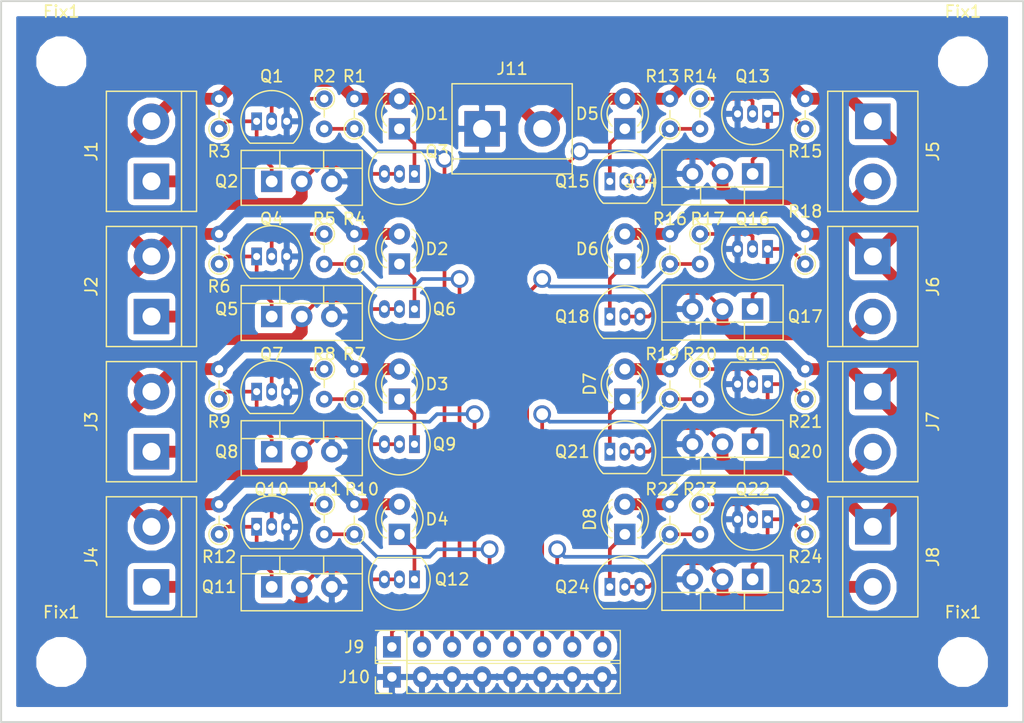
<source format=kicad_pcb>
(kicad_pcb (version 20171130) (host pcbnew "(5.0.2)-1")
  (title_block (date 2018-12-23) (rev 0.1))
  (layers (0 F.Cu signal hide) (31 B.Cu signal hide) (34 B.Paste user hide) (35 F.Paste user hide) (36 B.SilkS user hide) (37 F.SilkS user hide) (38 B.Mask user hide) (39 F.Mask user hide) (44 Edge.Cuts user hide))
  (net 0 "")
  (net 1 GND)
  (net 2 "Net-(Q1-Pad1)")
  (net 3 "Net-(Q7-Pad1)")
  (net 4 "Net-(Q10-Pad1)")
  (net 5 "Net-(Q13-Pad1)")
  (net 6 "Net-(Q1-Pad2)")
  (net 7 "Net-(Q7-Pad2)")
  (net 8 "Net-(Q13-Pad2)")
  (net 9 +VExt)
  (net 10 "Net-(D1-Pad1)")
  (net 11 "Net-(D2-Pad1)")
  (net 12 "Net-(D3-Pad1)")
  (net 13 "Net-(D4-Pad1)")
  (net 14 "Net-(D5-Pad1)")
  (net 15 "Net-(D6-Pad1)")
  (net 16 "Net-(D7-Pad1)")
  (net 17 "Net-(D8-Pad1)")
  (net 18 "Net-(J1-Pad1)")
  (net 19 "Net-(Q4-Pad1)")
  (net 20 "Net-(Q4-Pad2)")
  (net 21 "Net-(J2-Pad1)")
  (net 22 "Net-(J3-Pad1)")
  (net 23 "Net-(Q10-Pad2)")
  (net 24 "Net-(J4-Pad1)")
  (net 25 "Net-(Q16-Pad2)")
  (net 26 "Net-(Q16-Pad1)")
  (net 27 "Net-(Q19-Pad2)")
  (net 28 "Net-(Q19-Pad1)")
  (net 29 "Net-(Q22-Pad2)")
  (net 30 "Net-(Q22-Pad1)")
  (net 31 "Net-(J9-Pad1)")
  (net 32 "Net-(J9-Pad2)")
  (net 33 "Net-(J9-Pad3)")
  (net 34 "Net-(J9-Pad4)")
  (net 35 "Net-(J9-Pad5)")
  (net 36 "Net-(J9-Pad6)")
  (net 37 "Net-(J9-Pad7)")
  (net 38 "Net-(J9-Pad8)")
  (net 39 "Net-(J5-Pad2)")
  (net 40 "Net-(J6-Pad2)")
  (net 41 "Net-(J7-Pad2)")
  (net 42 "Net-(J8-Pad2)")
  (module TO_SOT_Packages_THT:TO-220_Vertical (layer F.Cu) (at 111.76 40.64)
    (fp_text reference Q2 (at -3.81 0) (layer F.SilkS))
    (fp_text value IRL2203N)
    (pad 3 thru_hole oval (at 5.08 0) (size 1.8 1.8) (drill 1) (layers *.Cu *.Mask) (net 1 GND))
    (pad 2 thru_hole oval (at 2.54 0) (size 1.8 1.8) (drill 1) (layers *.Cu *.Mask) (net 18 "Net-(J1-Pad1)"))
    (pad 1 thru_hole rect (at 0 0) (size 1.8 1.8) (drill 1) (layers *.Cu *.Mask) (net 2 "Net-(Q1-Pad1)"))
  )
  (module TO_SOT_Packages_THT:TO-220_Vertical (layer F.Cu) (at 152.4 40.005 180)
    (fp_text reference Q14 (at 9.525 -0.635 180) (layer F.SilkS))
    (fp_text value IRL2203N)
    (pad 1 thru_hole rect (at 0 0 180) (size 1.8 1.8) (drill 1) (layers *.Cu *.Mask) (net 5 "Net-(Q13-Pad1)"))
    (pad 2 thru_hole oval (at 2.54 0 180) (size 1.8 1.8) (drill 1) (layers *.Cu *.Mask) (net 39 "Net-(J5-Pad2)"))
    (pad 3 thru_hole oval (at 5.08 0 180) (size 1.8 1.8) (drill 1) (layers *.Cu *.Mask) (net 1 GND))
  )
  (module TO_SOT_Packages_THT:TO-92_Inline_Narrow_Oval (layer F.Cu) (at 110.49 35.56)
    (fp_text reference Q1 (at 1.27 -3.81) (layer F.SilkS))
    (fp_text value P2N2222A)
    (pad 2 thru_hole oval (at 1.27 0 180) (size 0.9 1.5) (drill 0.6) (layers *.Cu *.Mask) (net 6 "Net-(Q1-Pad2)"))
    (pad 3 thru_hole oval (at 2.54 0 180) (size 0.9 1.5) (drill 0.6) (layers *.Cu *.Mask) (net 1 GND))
    (pad 1 thru_hole rect (at 0 0 180) (size 0.9 1.5) (drill 0.6) (layers *.Cu *.Mask) (net 2 "Net-(Q1-Pad1)"))
  )
  (module TO_SOT_Packages_THT:TO-220_Vertical (layer F.Cu) (at 111.76 63.5)
    (fp_text reference Q8 (at -3.81 0) (layer F.SilkS))
    (fp_text value IRL2203N)
    (pad 1 thru_hole rect (at 0 0) (size 1.8 1.8) (drill 1) (layers *.Cu *.Mask) (net 3 "Net-(Q7-Pad1)"))
    (pad 2 thru_hole oval (at 2.54 0) (size 1.8 1.8) (drill 1) (layers *.Cu *.Mask) (net 22 "Net-(J3-Pad1)"))
    (pad 3 thru_hole oval (at 5.08 0) (size 1.8 1.8) (drill 1) (layers *.Cu *.Mask) (net 1 GND))
  )
  (module TO_SOT_Packages_THT:TO-92_Inline_Narrow_Oval (layer F.Cu) (at 123.825 40.005 180)
    (fp_text reference Q3 (at -1.905 1.905 180) (layer F.SilkS))
    (fp_text value BF244B)
    (pad 2 thru_hole oval (at 1.27 0) (size 0.9 1.5) (drill 0.6) (layers *.Cu *.Mask) (net 18 "Net-(J1-Pad1)"))
    (pad 3 thru_hole oval (at 2.54 0) (size 0.9 1.5) (drill 0.6) (layers *.Cu *.Mask) (net 18 "Net-(J1-Pad1)"))
    (pad 1 thru_hole rect (at 0 0) (size 0.9 1.5) (drill 0.6) (layers *.Cu *.Mask) (net 10 "Net-(D1-Pad1)"))
  )
  (module TO_SOT_Packages_THT:TO-92_Inline_Narrow_Oval (layer F.Cu) (at 110.49 58.42)
    (fp_text reference Q7 (at 1.27 -3.175) (layer F.SilkS))
    (fp_text value P2N2222A)
    (pad 2 thru_hole oval (at 1.27 0 180) (size 0.9 1.5) (drill 0.6) (layers *.Cu *.Mask) (net 7 "Net-(Q7-Pad2)"))
    (pad 3 thru_hole oval (at 2.54 0 180) (size 0.9 1.5) (drill 0.6) (layers *.Cu *.Mask) (net 1 GND))
    (pad 1 thru_hole rect (at 0 0 180) (size 0.9 1.5) (drill 0.6) (layers *.Cu *.Mask) (net 3 "Net-(Q7-Pad1)"))
  )
  (module TO_SOT_Packages_THT:TO-92_Inline_Narrow_Oval (layer F.Cu) (at 123.825 62.865 180)
    (fp_text reference Q9 (at -2.54 0 180) (layer F.SilkS))
    (fp_text value BF244B)
    (pad 2 thru_hole oval (at 1.27 0) (size 0.9 1.5) (drill 0.6) (layers *.Cu *.Mask) (net 22 "Net-(J3-Pad1)"))
    (pad 3 thru_hole oval (at 2.54 0) (size 0.9 1.5) (drill 0.6) (layers *.Cu *.Mask) (net 22 "Net-(J3-Pad1)"))
    (pad 1 thru_hole rect (at 0 0) (size 0.9 1.5) (drill 0.6) (layers *.Cu *.Mask) (net 12 "Net-(D3-Pad1)"))
  )
  (module TO_SOT_Packages_THT:TO-92_Inline_Narrow_Oval (layer F.Cu) (at 153.67 34.925 180)
    (fp_text reference Q13 (at 1.27 3.175 180) (layer F.SilkS))
    (fp_text value P2N2222A)
    (pad 2 thru_hole oval (at 1.27 0) (size 0.9 1.5) (drill 0.6) (layers *.Cu *.Mask) (net 8 "Net-(Q13-Pad2)"))
    (pad 3 thru_hole oval (at 2.54 0) (size 0.9 1.5) (drill 0.6) (layers *.Cu *.Mask) (net 1 GND))
    (pad 1 thru_hole rect (at 0 0) (size 0.9 1.5) (drill 0.6) (layers *.Cu *.Mask) (net 5 "Net-(Q13-Pad1)"))
  )
  (module TO_SOT_Packages_THT:TO-92_Inline_Narrow_Oval (layer F.Cu) (at 140.335 40.64)
    (fp_text reference Q15 (at -3.175 0) (layer F.SilkS))
    (fp_text value BF244B)
    (pad 1 thru_hole rect (at 0 0 180) (size 0.9 1.5) (drill 0.6) (layers *.Cu *.Mask) (net 14 "Net-(D5-Pad1)"))
    (pad 3 thru_hole oval (at 2.54 0 180) (size 0.9 1.5) (drill 0.6) (layers *.Cu *.Mask) (net 39 "Net-(J5-Pad2)"))
    (pad 2 thru_hole oval (at 1.27 0 180) (size 0.9 1.5) (drill 0.6) (layers *.Cu *.Mask) (net 39 "Net-(J5-Pad2)"))
  )
  (module TO_SOT_Packages_THT:TO-92_Inline_Narrow_Oval (layer F.Cu) (at 110.49 46.99)
    (fp_text reference Q4 (at 1.27 -3.175 180) (layer F.SilkS))
    (fp_text value P2N2222A)
    (pad 1 thru_hole rect (at 0 0 180) (size 0.9 1.5) (drill 0.6) (layers *.Cu *.Mask) (net 19 "Net-(Q4-Pad1)"))
    (pad 3 thru_hole oval (at 2.54 0 180) (size 0.9 1.5) (drill 0.6) (layers *.Cu *.Mask) (net 1 GND))
    (pad 2 thru_hole oval (at 1.27 0 180) (size 0.9 1.5) (drill 0.6) (layers *.Cu *.Mask) (net 20 "Net-(Q4-Pad2)"))
  )
  (module TO_SOT_Packages_THT:TO-220_Vertical (layer F.Cu) (at 111.76 52.07)
    (fp_text reference Q5 (at -3.81 -0.635) (layer F.SilkS))
    (fp_text value IRL2203N)
    (pad 3 thru_hole oval (at 5.08 0) (size 1.8 1.8) (drill 1) (layers *.Cu *.Mask) (net 1 GND))
    (pad 2 thru_hole oval (at 2.54 0) (size 1.8 1.8) (drill 1) (layers *.Cu *.Mask) (net 21 "Net-(J2-Pad1)"))
    (pad 1 thru_hole rect (at 0 0) (size 1.8 1.8) (drill 1) (layers *.Cu *.Mask) (net 19 "Net-(Q4-Pad1)"))
  )
  (module TO_SOT_Packages_THT:TO-92_Inline_Narrow_Oval (layer F.Cu) (at 123.825 51.435 180)
    (fp_text reference Q6 (at -2.54 0 180) (layer F.SilkS))
    (fp_text value BF244B)
    (pad 2 thru_hole oval (at 1.27 0) (size 0.9 1.5) (drill 0.6) (layers *.Cu *.Mask) (net 21 "Net-(J2-Pad1)"))
    (pad 3 thru_hole oval (at 2.54 0) (size 0.9 1.5) (drill 0.6) (layers *.Cu *.Mask) (net 21 "Net-(J2-Pad1)"))
    (pad 1 thru_hole rect (at 0 0) (size 0.9 1.5) (drill 0.6) (layers *.Cu *.Mask) (net 11 "Net-(D2-Pad1)"))
  )
  (module TO_SOT_Packages_THT:TO-92_Inline_Narrow_Oval (layer F.Cu) (at 110.49 69.85)
    (fp_text reference Q10 (at 1.27 -3.175) (layer F.SilkS))
    (fp_text value P2N2222A)
    (pad 1 thru_hole rect (at 0 0 180) (size 0.9 1.5) (drill 0.6) (layers *.Cu *.Mask) (net 4 "Net-(Q10-Pad1)"))
    (pad 3 thru_hole oval (at 2.54 0 180) (size 0.9 1.5) (drill 0.6) (layers *.Cu *.Mask) (net 1 GND))
    (pad 2 thru_hole oval (at 1.27 0 180) (size 0.9 1.5) (drill 0.6) (layers *.Cu *.Mask) (net 23 "Net-(Q10-Pad2)"))
  )
  (module TO_SOT_Packages_THT:TO-220_Vertical (layer F.Cu) (at 111.76 74.93)
    (fp_text reference Q11 (at -4.445 0) (layer F.SilkS))
    (fp_text value IRL2203N)
    (pad 3 thru_hole oval (at 5.08 0) (size 1.8 1.8) (drill 1) (layers *.Cu *.Mask) (net 1 GND))
    (pad 2 thru_hole oval (at 2.54 0) (size 1.8 1.8) (drill 1) (layers *.Cu *.Mask) (net 24 "Net-(J4-Pad1)"))
    (pad 1 thru_hole rect (at 0 0) (size 1.8 1.8) (drill 1) (layers *.Cu *.Mask) (net 4 "Net-(Q10-Pad1)"))
  )
  (module TO_SOT_Packages_THT:TO-92_Inline_Narrow_Oval (layer F.Cu) (at 123.825 74.295 180)
    (fp_text reference Q12 (at -3.175 0 180) (layer F.SilkS))
    (fp_text value BF244B)
    (pad 2 thru_hole oval (at 1.27 0) (size 0.9 1.5) (drill 0.6) (layers *.Cu *.Mask) (net 24 "Net-(J4-Pad1)"))
    (pad 3 thru_hole oval (at 2.54 0) (size 0.9 1.5) (drill 0.6) (layers *.Cu *.Mask) (net 24 "Net-(J4-Pad1)"))
    (pad 1 thru_hole rect (at 0 0) (size 0.9 1.5) (drill 0.6) (layers *.Cu *.Mask) (net 13 "Net-(D4-Pad1)"))
  )
  (module TO_SOT_Packages_THT:TO-92_Inline_Narrow_Oval (layer F.Cu) (at 153.67 46.355 180)
    (fp_text reference Q16 (at 1.27 2.54 180) (layer F.SilkS))
    (fp_text value P2N2222A)
    (pad 2 thru_hole oval (at 1.27 0) (size 0.9 1.5) (drill 0.6) (layers *.Cu *.Mask) (net 25 "Net-(Q16-Pad2)"))
    (pad 3 thru_hole oval (at 2.54 0) (size 0.9 1.5) (drill 0.6) (layers *.Cu *.Mask) (net 1 GND))
    (pad 1 thru_hole rect (at 0 0) (size 0.9 1.5) (drill 0.6) (layers *.Cu *.Mask) (net 26 "Net-(Q16-Pad1)"))
  )
  (module TO_SOT_Packages_THT:TO-220_Vertical (layer F.Cu) (at 152.4 51.435 180)
    (fp_text reference Q17 (at -4.445 -0.635 180) (layer F.SilkS))
    (fp_text value IRL2203N)
    (pad 1 thru_hole rect (at 0 0 180) (size 1.8 1.8) (drill 1) (layers *.Cu *.Mask) (net 26 "Net-(Q16-Pad1)"))
    (pad 2 thru_hole oval (at 2.54 0 180) (size 1.8 1.8) (drill 1) (layers *.Cu *.Mask) (net 40 "Net-(J6-Pad2)"))
    (pad 3 thru_hole oval (at 5.08 0 180) (size 1.8 1.8) (drill 1) (layers *.Cu *.Mask) (net 1 GND))
  )
  (module TO_SOT_Packages_THT:TO-92_Inline_Narrow_Oval (layer F.Cu) (at 140.335 52.07)
    (fp_text reference Q18 (at -3.175 0) (layer F.SilkS))
    (fp_text value BF244B)
    (pad 1 thru_hole rect (at 0 0 180) (size 0.9 1.5) (drill 0.6) (layers *.Cu *.Mask) (net 15 "Net-(D6-Pad1)"))
    (pad 3 thru_hole oval (at 2.54 0 180) (size 0.9 1.5) (drill 0.6) (layers *.Cu *.Mask) (net 40 "Net-(J6-Pad2)"))
    (pad 2 thru_hole oval (at 1.27 0 180) (size 0.9 1.5) (drill 0.6) (layers *.Cu *.Mask) (net 40 "Net-(J6-Pad2)"))
  )
  (module TO_SOT_Packages_THT:TO-92_Inline_Narrow_Oval (layer F.Cu) (at 153.67 57.785 180)
    (fp_text reference Q19 (at 1.27 2.54 180) (layer F.SilkS))
    (fp_text value P2N2222A)
    (pad 2 thru_hole oval (at 1.27 0) (size 0.9 1.5) (drill 0.6) (layers *.Cu *.Mask) (net 27 "Net-(Q19-Pad2)"))
    (pad 3 thru_hole oval (at 2.54 0) (size 0.9 1.5) (drill 0.6) (layers *.Cu *.Mask) (net 1 GND))
    (pad 1 thru_hole rect (at 0 0) (size 0.9 1.5) (drill 0.6) (layers *.Cu *.Mask) (net 28 "Net-(Q19-Pad1)"))
  )
  (module TO_SOT_Packages_THT:TO-220_Vertical (layer F.Cu) (at 152.4 62.865 180)
    (fp_text reference Q20 (at -4.445 -0.635 180) (layer F.SilkS))
    (fp_text value IRL2203N)
    (pad 1 thru_hole rect (at 0 0 180) (size 1.8 1.8) (drill 1) (layers *.Cu *.Mask) (net 28 "Net-(Q19-Pad1)"))
    (pad 2 thru_hole oval (at 2.54 0 180) (size 1.8 1.8) (drill 1) (layers *.Cu *.Mask) (net 41 "Net-(J7-Pad2)"))
    (pad 3 thru_hole oval (at 5.08 0 180) (size 1.8 1.8) (drill 1) (layers *.Cu *.Mask) (net 1 GND))
  )
  (module TO_SOT_Packages_THT:TO-92_Inline_Narrow_Oval (layer F.Cu) (at 140.335 63.5)
    (fp_text reference Q21 (at -3.175 0) (layer F.SilkS))
    (fp_text value BF244B)
    (pad 1 thru_hole rect (at 0 0 180) (size 0.9 1.5) (drill 0.6) (layers *.Cu *.Mask) (net 16 "Net-(D7-Pad1)"))
    (pad 3 thru_hole oval (at 2.54 0 180) (size 0.9 1.5) (drill 0.6) (layers *.Cu *.Mask) (net 41 "Net-(J7-Pad2)"))
    (pad 2 thru_hole oval (at 1.27 0 180) (size 0.9 1.5) (drill 0.6) (layers *.Cu *.Mask) (net 41 "Net-(J7-Pad2)"))
  )
  (module TO_SOT_Packages_THT:TO-92_Inline_Narrow_Oval (layer F.Cu) (at 153.67 69.215 180)
    (fp_text reference Q22 (at 1.27 2.54 180) (layer F.SilkS))
    (fp_text value P2N2222A)
    (pad 2 thru_hole oval (at 1.27 0) (size 0.9 1.5) (drill 0.6) (layers *.Cu *.Mask) (net 29 "Net-(Q22-Pad2)"))
    (pad 3 thru_hole oval (at 2.54 0) (size 0.9 1.5) (drill 0.6) (layers *.Cu *.Mask) (net 1 GND))
    (pad 1 thru_hole rect (at 0 0) (size 0.9 1.5) (drill 0.6) (layers *.Cu *.Mask) (net 30 "Net-(Q22-Pad1)"))
  )
  (module TO_SOT_Packages_THT:TO-220_Vertical (layer F.Cu) (at 152.4 74.295 180)
    (fp_text reference Q23 (at -4.445 -0.635 180) (layer F.SilkS))
    (fp_text value IRL2203N)
    (pad 1 thru_hole rect (at 0 0 180) (size 1.8 1.8) (drill 1) (layers *.Cu *.Mask) (net 30 "Net-(Q22-Pad1)"))
    (pad 2 thru_hole oval (at 2.54 0 180) (size 1.8 1.8) (drill 1) (layers *.Cu *.Mask) (net 42 "Net-(J8-Pad2)"))
    (pad 3 thru_hole oval (at 5.08 0 180) (size 1.8 1.8) (drill 1) (layers *.Cu *.Mask) (net 1 GND))
  )
  (module TO_SOT_Packages_THT:TO-92_Inline_Narrow_Oval (layer F.Cu) (at 140.335 74.93)
    (fp_text reference Q24 (at -3.175 0) (layer F.SilkS))
    (fp_text value BF244B)
    (pad 1 thru_hole rect (at 0 0 180) (size 0.9 1.5) (drill 0.6) (layers *.Cu *.Mask) (net 17 "Net-(D8-Pad1)"))
    (pad 3 thru_hole oval (at 2.54 0 180) (size 0.9 1.5) (drill 0.6) (layers *.Cu *.Mask) (net 42 "Net-(J8-Pad2)"))
    (pad 2 thru_hole oval (at 1.27 0 180) (size 0.9 1.5) (drill 0.6) (layers *.Cu *.Mask) (net 42 "Net-(J8-Pad2)"))
  )
  (module Connectors:bornier2 (layer F.Cu) (at 101.6 40.64 90)
    (fp_text reference J1 (at 2.54 -5.08 90) (layer F.SilkS))
    (fp_text value Conn_01x02_Male)
    (pad 1 thru_hole rect (at 0 0 90) (size 3 3) (drill 1.52) (layers *.Cu *.Mask) (net 18 "Net-(J1-Pad1)"))
    (pad 2 thru_hole circle (at 5.08 0 90) (size 3 3) (drill 1.52) (layers *.Cu *.Mask) (net 9 +VExt))
  )
  (module Connectors:bornier2 (layer F.Cu) (at 101.6 52.07 90)
    (fp_text reference J2 (at 2.54 -5.08 90) (layer F.SilkS))
    (fp_text value Conn_01x02_Male)
    (pad 2 thru_hole circle (at 5.08 0 90) (size 3 3) (drill 1.52) (layers *.Cu *.Mask) (net 9 +VExt))
    (pad 1 thru_hole rect (at 0 0 90) (size 3 3) (drill 1.52) (layers *.Cu *.Mask) (net 21 "Net-(J2-Pad1)"))
  )
  (module Connectors:bornier2 (layer F.Cu) (at 101.6 63.5 90)
    (fp_text reference J3 (at 2.54 -5.08 90) (layer F.SilkS))
    (fp_text value Conn_01x02_Male)
    (pad 2 thru_hole circle (at 5.08 0 90) (size 3 3) (drill 1.52) (layers *.Cu *.Mask) (net 9 +VExt))
    (pad 1 thru_hole rect (at 0 0 90) (size 3 3) (drill 1.52) (layers *.Cu *.Mask) (net 22 "Net-(J3-Pad1)"))
  )
  (module Connectors:bornier2 (layer F.Cu) (at 101.6 74.93 90)
    (fp_text reference J4 (at 2.54 -5.08 90) (layer F.SilkS))
    (fp_text value Conn_01x02_Male)
    (pad 2 thru_hole circle (at 5.08 0 90) (size 3 3) (drill 1.52) (layers *.Cu *.Mask) (net 9 +VExt))
    (pad 1 thru_hole rect (at 0 0 90) (size 3 3) (drill 1.52) (layers *.Cu *.Mask) (net 24 "Net-(J4-Pad1)"))
  )
  (module Connectors:bornier2 (layer F.Cu) (at 162.56 35.56 270)
    (fp_text reference J5 (at 2.54 -5.08 270) (layer F.SilkS))
    (fp_text value Conn_01x02_Male)
    (pad 2 thru_hole circle (at 5.08 0 270) (size 3 3) (drill 1.52) (layers *.Cu *.Mask) (net 39 "Net-(J5-Pad2)"))
    (pad 1 thru_hole rect (at 0 0 270) (size 3 3) (drill 1.52) (layers *.Cu *.Mask) (net 9 +VExt))
  )
  (module Connectors:bornier2 (layer F.Cu) (at 162.56 46.99 270)
    (fp_text reference J6 (at 2.54 -5.08 270) (layer F.SilkS))
    (fp_text value Conn_01x02_Male)
    (pad 1 thru_hole rect (at 0 0 270) (size 3 3) (drill 1.52) (layers *.Cu *.Mask) (net 9 +VExt))
    (pad 2 thru_hole circle (at 5.08 0 270) (size 3 3) (drill 1.52) (layers *.Cu *.Mask) (net 40 "Net-(J6-Pad2)"))
  )
  (module Connectors:bornier2 (layer F.Cu) (at 162.56 58.42 270)
    (fp_text reference J7 (at 2.54 -5.08 270) (layer F.SilkS))
    (fp_text value Conn_01x02_Male)
    (pad 1 thru_hole rect (at 0 0 270) (size 3 3) (drill 1.52) (layers *.Cu *.Mask) (net 9 +VExt))
    (pad 2 thru_hole circle (at 5.08 0 270) (size 3 3) (drill 1.52) (layers *.Cu *.Mask) (net 41 "Net-(J7-Pad2)"))
  )
  (module Connectors:bornier2 (layer F.Cu) (at 162.56 69.85 270)
    (fp_text reference J8 (at 2.54 -5.08 270) (layer F.SilkS))
    (fp_text value Conn_01x02_Male)
    (pad 1 thru_hole rect (at 0 0 270) (size 3 3) (drill 1.52) (layers *.Cu *.Mask) (net 9 +VExt))
    (pad 2 thru_hole circle (at 5.08 0 270) (size 3 3) (drill 1.52) (layers *.Cu *.Mask) (net 42 "Net-(J8-Pad2)"))
  )
  (module Connectors:bornier2 (layer F.Cu) (at 129.54 36.195)
    (fp_text reference J11 (at 2.54 -5.08) (layer F.SilkS))
    (fp_text value Conn_01x02_Male)
    (pad 1 thru_hole rect (at 0 0) (size 3 3) (drill 1.52) (layers *.Cu *.Mask) (net 1 GND))
    (pad 2 thru_hole circle (at 5.08 0) (size 3 3) (drill 1.52) (layers *.Cu *.Mask) (net 9 +VExt))
  )
  (module Mosfet_lib:LED_D3.0mm (layer F.Cu) (at 122.555 36.195 90)
    (fp_text reference D1 (at 1.27 3.175 180) (layer F.SilkS))
    (fp_text value LED)
    (pad 2 thru_hole circle (at 2.54 0 90) (size 1.8 1.8) (drill 0.9) (layers *.Cu *.Mask) (net 9 +VExt))
    (pad 1 thru_hole rect (at 0 0 90) (size 1.8 1.8) (drill 0.9) (layers *.Cu *.Mask) (net 10 "Net-(D1-Pad1)"))
  )
  (module Mosfet_lib:LED_D3.0mm (layer F.Cu) (at 122.555 47.625 90)
    (fp_text reference D2 (at 1.27 3.175 180) (layer F.SilkS))
    (fp_text value LED)
    (pad 1 thru_hole rect (at 0 0 90) (size 1.8 1.8) (drill 0.9) (layers *.Cu *.Mask) (net 11 "Net-(D2-Pad1)"))
    (pad 2 thru_hole circle (at 2.54 0 90) (size 1.8 1.8) (drill 0.9) (layers *.Cu *.Mask) (net 9 +VExt))
  )
  (module Mosfet_lib:LED_D3.0mm (layer F.Cu) (at 122.555 59.055 90)
    (fp_text reference D3 (at 1.27 3.175 180) (layer F.SilkS))
    (fp_text value LED)
    (pad 2 thru_hole circle (at 2.54 0 90) (size 1.8 1.8) (drill 0.9) (layers *.Cu *.Mask) (net 9 +VExt))
    (pad 1 thru_hole rect (at 0 0 90) (size 1.8 1.8) (drill 0.9) (layers *.Cu *.Mask) (net 12 "Net-(D3-Pad1)"))
  )
  (module Mosfet_lib:LED_D3.0mm (layer F.Cu) (at 122.555 70.485 90)
    (fp_text reference D4 (at 1.27 3.175 180) (layer F.SilkS))
    (fp_text value LED)
    (pad 1 thru_hole rect (at 0 0 90) (size 1.8 1.8) (drill 0.9) (layers *.Cu *.Mask) (net 13 "Net-(D4-Pad1)"))
    (pad 2 thru_hole circle (at 2.54 0 90) (size 1.8 1.8) (drill 0.9) (layers *.Cu *.Mask) (net 9 +VExt))
  )
  (module Mosfet_lib:LED_D3.0mm (layer F.Cu) (at 141.605 36.195 90)
    (fp_text reference D5 (at 1.27 -3.175 180) (layer F.SilkS))
    (fp_text value LED)
    (pad 2 thru_hole circle (at 2.54 0 90) (size 1.8 1.8) (drill 0.9) (layers *.Cu *.Mask) (net 9 +VExt))
    (pad 1 thru_hole rect (at 0 0 90) (size 1.8 1.8) (drill 0.9) (layers *.Cu *.Mask) (net 14 "Net-(D5-Pad1)"))
  )
  (module Mosfet_lib:LED_D3.0mm (layer F.Cu) (at 141.605 47.625 90)
    (fp_text reference D6 (at 1.27 -3.175 180) (layer F.SilkS))
    (fp_text value LED)
    (pad 1 thru_hole rect (at 0 0 90) (size 1.8 1.8) (drill 0.9) (layers *.Cu *.Mask) (net 15 "Net-(D6-Pad1)"))
    (pad 2 thru_hole circle (at 2.54 0 90) (size 1.8 1.8) (drill 0.9) (layers *.Cu *.Mask) (net 9 +VExt))
  )
  (module Mosfet_lib:LED_D3.0mm (layer F.Cu) (at 141.605 59.055 90)
    (fp_text reference D7 (at 1.27 -2.96 90) (layer F.SilkS))
    (fp_text value LED)
    (pad 2 thru_hole circle (at 2.54 0 90) (size 1.8 1.8) (drill 0.9) (layers *.Cu *.Mask) (net 9 +VExt))
    (pad 1 thru_hole rect (at 0 0 90) (size 1.8 1.8) (drill 0.9) (layers *.Cu *.Mask) (net 16 "Net-(D7-Pad1)"))
  )
  (module Mosfet_lib:LED_D3.0mm (layer F.Cu) (at 141.605 70.485 90)
    (fp_text reference D8 (at 1.27 -2.96 90) (layer F.SilkS))
    (fp_text value LED)
    (pad 1 thru_hole rect (at 0 0 90) (size 1.8 1.8) (drill 0.9) (layers *.Cu *.Mask) (net 17 "Net-(D8-Pad1)"))
    (pad 2 thru_hole circle (at 2.54 0 90) (size 1.8 1.8) (drill 0.9) (layers *.Cu *.Mask) (net 9 +VExt))
  )
  (module Mosfet_lib:Pin_Header_Straight_1x08_Pitch2.54mm (layer F.Cu) (at 121.92 80.01 90)
    (fp_text reference J9 (at 0 -3.175 180) (layer F.SilkS))
    (fp_text value Conn_01x08_Male)
    (pad 1 thru_hole rect (at 0 0 90) (size 1.8 1.5) (drill 0.8) (layers *.Cu *.Mask) (net 31 "Net-(J9-Pad1)"))
    (pad 2 thru_hole oval (at 0 2.54 90) (size 1.8 1.5) (drill 0.8) (layers *.Cu *.Mask) (net 32 "Net-(J9-Pad2)"))
    (pad 3 thru_hole oval (at 0 5.08 90) (size 1.8 1.5) (drill 0.8) (layers *.Cu *.Mask) (net 33 "Net-(J9-Pad3)"))
    (pad 4 thru_hole oval (at 0 7.62 90) (size 1.8 1.5) (drill 0.8) (layers *.Cu *.Mask) (net 34 "Net-(J9-Pad4)"))
    (pad 5 thru_hole oval (at 0 10.16 90) (size 1.8 1.5) (drill 0.8) (layers *.Cu *.Mask) (net 35 "Net-(J9-Pad5)"))
    (pad 6 thru_hole oval (at 0 12.7 90) (size 1.8 1.5) (drill 0.8) (layers *.Cu *.Mask) (net 36 "Net-(J9-Pad6)"))
    (pad 7 thru_hole oval (at 0 15.24 90) (size 1.8 1.5) (drill 0.8) (layers *.Cu *.Mask) (net 37 "Net-(J9-Pad7)"))
    (pad 8 thru_hole oval (at 0 17.78 90) (size 1.8 1.5) (drill 0.8) (layers *.Cu *.Mask) (net 38 "Net-(J9-Pad8)"))
  )
  (module Mosfet_lib:Pin_Header_Straight_1x08_Pitch2.54mm (layer F.Cu) (at 121.92 82.55 90)
    (fp_text reference J10 (at 0 -3.175) (layer F.SilkS))
    (fp_text value Conn_01x08_Male)
    (pad 8 thru_hole oval (at 0 17.78 90) (size 1.8 1.5) (drill 0.8) (layers *.Cu *.Mask) (net 1 GND))
    (pad 7 thru_hole oval (at 0 15.24 90) (size 1.8 1.5) (drill 0.8) (layers *.Cu *.Mask) (net 1 GND))
    (pad 6 thru_hole oval (at 0 12.7 90) (size 1.8 1.5) (drill 0.8) (layers *.Cu *.Mask) (net 1 GND))
    (pad 5 thru_hole oval (at 0 10.16 90) (size 1.8 1.5) (drill 0.8) (layers *.Cu *.Mask) (net 1 GND))
    (pad 4 thru_hole oval (at 0 7.62 90) (size 1.8 1.5) (drill 0.8) (layers *.Cu *.Mask) (net 1 GND))
    (pad 3 thru_hole oval (at 0 5.08 90) (size 1.8 1.5) (drill 0.8) (layers *.Cu *.Mask) (net 1 GND))
    (pad 2 thru_hole oval (at 0 2.54 90) (size 1.8 1.5) (drill 0.8) (layers *.Cu *.Mask) (net 1 GND))
    (pad 1 thru_hole rect (at 0 0 90) (size 1.8 1.5) (drill 0.8) (layers *.Cu *.Mask) (net 1 GND))
  )
  (module Resistors_THT:R_Axial_DIN0204_L3.6mm_D1.6mm_P2.54mm_Vertical (layer F.Cu) (at 118.745 36.195 90)
    (fp_text reference R1 (at 4.445 0 180) (layer F.SilkS))
    (fp_text value 10K)
    (pad 2 thru_hole oval (at 2.54 0 90) (size 1.4 1.4) (drill 0.7) (layers *.Cu *.Mask) (net 9 +VExt))
    (pad 1 thru_hole circle (at 0 0 90) (size 1.4 1.4) (drill 0.7) (layers *.Cu *.Mask) (net 31 "Net-(J9-Pad1)"))
  )
  (module Resistors_THT:R_Axial_DIN0204_L3.6mm_D1.6mm_P2.54mm_Vertical (layer F.Cu) (at 116.205 33.655 270)
    (fp_text reference R2 (at -1.905 0) (layer F.SilkS))
    (fp_text value 10K)
    (pad 1 thru_hole circle (at 0 0 270) (size 1.4 1.4) (drill 0.7) (layers *.Cu *.Mask) (net 6 "Net-(Q1-Pad2)"))
    (pad 2 thru_hole oval (at 2.54 0 270) (size 1.4 1.4) (drill 0.7) (layers *.Cu *.Mask) (net 31 "Net-(J9-Pad1)"))
  )
  (module Resistors_THT:R_Axial_DIN0204_L3.6mm_D1.6mm_P2.54mm_Vertical (layer F.Cu) (at 107.315 36.195 90)
    (fp_text reference R3 (at -1.905 0 180) (layer F.SilkS))
    (fp_text value 10K)
    (pad 2 thru_hole oval (at 2.54 0 90) (size 1.4 1.4) (drill 0.7) (layers *.Cu *.Mask) (net 9 +VExt))
    (pad 1 thru_hole circle (at 0 0 90) (size 1.4 1.4) (drill 0.7) (layers *.Cu *.Mask) (net 2 "Net-(Q1-Pad1)"))
  )
  (module Resistors_THT:R_Axial_DIN0204_L3.6mm_D1.6mm_P2.54mm_Vertical (layer F.Cu) (at 118.745 47.625 90)
    (fp_text reference R4 (at 3.81 0 180) (layer F.SilkS))
    (fp_text value 10K)
    (pad 1 thru_hole circle (at 0 0 90) (size 1.4 1.4) (drill 0.7) (layers *.Cu *.Mask) (net 32 "Net-(J9-Pad2)"))
    (pad 2 thru_hole oval (at 2.54 0 90) (size 1.4 1.4) (drill 0.7) (layers *.Cu *.Mask) (net 9 +VExt))
  )
  (module Resistors_THT:R_Axial_DIN0204_L3.6mm_D1.6mm_P2.54mm_Vertical (layer F.Cu) (at 116.205 45.085 270)
    (fp_text reference R5 (at -1.27 0) (layer F.SilkS))
    (fp_text value 10K)
    (pad 1 thru_hole circle (at 0 0 270) (size 1.4 1.4) (drill 0.7) (layers *.Cu *.Mask) (net 20 "Net-(Q4-Pad2)"))
    (pad 2 thru_hole oval (at 2.54 0 270) (size 1.4 1.4) (drill 0.7) (layers *.Cu *.Mask) (net 32 "Net-(J9-Pad2)"))
  )
  (module Resistors_THT:R_Axial_DIN0204_L3.6mm_D1.6mm_P2.54mm_Vertical (layer F.Cu) (at 107.315 47.625 90)
    (fp_text reference R6 (at -1.905 0 180) (layer F.SilkS))
    (fp_text value 10K)
    (pad 2 thru_hole oval (at 2.54 0 90) (size 1.4 1.4) (drill 0.7) (layers *.Cu *.Mask) (net 9 +VExt))
    (pad 1 thru_hole circle (at 0 0 90) (size 1.4 1.4) (drill 0.7) (layers *.Cu *.Mask) (net 19 "Net-(Q4-Pad1)"))
  )
  (module Resistors_THT:R_Axial_DIN0204_L3.6mm_D1.6mm_P2.54mm_Vertical (layer F.Cu) (at 118.745 59.055 90)
    (fp_text reference R7 (at 3.81 0 180) (layer F.SilkS))
    (fp_text value 10K)
    (pad 1 thru_hole circle (at 0 0 90) (size 1.4 1.4) (drill 0.7) (layers *.Cu *.Mask) (net 33 "Net-(J9-Pad3)"))
    (pad 2 thru_hole oval (at 2.54 0 90) (size 1.4 1.4) (drill 0.7) (layers *.Cu *.Mask) (net 9 +VExt))
  )
  (module Resistors_THT:R_Axial_DIN0204_L3.6mm_D1.6mm_P2.54mm_Vertical (layer F.Cu) (at 116.205 56.515 270)
    (fp_text reference R8 (at -1.27 0) (layer F.SilkS))
    (fp_text value 10K)
    (pad 1 thru_hole circle (at 0 0 270) (size 1.4 1.4) (drill 0.7) (layers *.Cu *.Mask) (net 7 "Net-(Q7-Pad2)"))
    (pad 2 thru_hole oval (at 2.54 0 270) (size 1.4 1.4) (drill 0.7) (layers *.Cu *.Mask) (net 33 "Net-(J9-Pad3)"))
  )
  (module Resistors_THT:R_Axial_DIN0204_L3.6mm_D1.6mm_P2.54mm_Vertical (layer F.Cu) (at 107.315 59.055 90)
    (fp_text reference R9 (at -1.905 0 180) (layer F.SilkS))
    (fp_text value 10K)
    (pad 2 thru_hole oval (at 2.54 0 90) (size 1.4 1.4) (drill 0.7) (layers *.Cu *.Mask) (net 9 +VExt))
    (pad 1 thru_hole circle (at 0 0 90) (size 1.4 1.4) (drill 0.7) (layers *.Cu *.Mask) (net 3 "Net-(Q7-Pad1)"))
  )
  (module Resistors_THT:R_Axial_DIN0204_L3.6mm_D1.6mm_P2.54mm_Vertical (layer F.Cu) (at 116.205 67.945 270)
    (fp_text reference R11 (at -1.27 0) (layer F.SilkS))
    (fp_text value 10K)
    (pad 2 thru_hole oval (at 2.54 0 270) (size 1.4 1.4) (drill 0.7) (layers *.Cu *.Mask) (net 34 "Net-(J9-Pad4)"))
    (pad 1 thru_hole circle (at 0 0 270) (size 1.4 1.4) (drill 0.7) (layers *.Cu *.Mask) (net 23 "Net-(Q10-Pad2)"))
  )
  (module Resistors_THT:R_Axial_DIN0204_L3.6mm_D1.6mm_P2.54mm_Vertical (layer F.Cu) (at 107.315 70.485 90)
    (fp_text reference R12 (at -1.905 0 180) (layer F.SilkS))
    (fp_text value 10K)
    (pad 1 thru_hole circle (at 0 0 90) (size 1.4 1.4) (drill 0.7) (layers *.Cu *.Mask) (net 4 "Net-(Q10-Pad1)"))
    (pad 2 thru_hole oval (at 2.54 0 90) (size 1.4 1.4) (drill 0.7) (layers *.Cu *.Mask) (net 9 +VExt))
  )
  (module Resistors_THT:R_Axial_DIN0204_L3.6mm_D1.6mm_P2.54mm_Vertical (layer F.Cu) (at 145.415 36.195 90)
    (fp_text reference R13 (at 4.445 -0.635 180) (layer F.SilkS))
    (fp_text value 10K)
    (pad 2 thru_hole oval (at 2.54 0 90) (size 1.4 1.4) (drill 0.7) (layers *.Cu *.Mask) (net 9 +VExt))
    (pad 1 thru_hole circle (at 0 0 90) (size 1.4 1.4) (drill 0.7) (layers *.Cu *.Mask) (net 35 "Net-(J9-Pad5)"))
  )
  (module Resistors_THT:R_Axial_DIN0204_L3.6mm_D1.6mm_P2.54mm_Vertical (layer F.Cu) (at 147.955 33.655 270)
    (fp_text reference R14 (at -1.905 0) (layer F.SilkS))
    (fp_text value 10K)
    (pad 1 thru_hole circle (at 0 0 270) (size 1.4 1.4) (drill 0.7) (layers *.Cu *.Mask) (net 8 "Net-(Q13-Pad2)"))
    (pad 2 thru_hole oval (at 2.54 0 270) (size 1.4 1.4) (drill 0.7) (layers *.Cu *.Mask) (net 35 "Net-(J9-Pad5)"))
  )
  (module Resistors_THT:R_Axial_DIN0204_L3.6mm_D1.6mm_P2.54mm_Vertical (layer F.Cu) (at 156.845 36.195 90)
    (fp_text reference R15 (at -1.905 0 180) (layer F.SilkS))
    (fp_text value 10K)
    (pad 2 thru_hole oval (at 2.54 0 90) (size 1.4 1.4) (drill 0.7) (layers *.Cu *.Mask) (net 9 +VExt))
    (pad 1 thru_hole circle (at 0 0 90) (size 1.4 1.4) (drill 0.7) (layers *.Cu *.Mask) (net 5 "Net-(Q13-Pad1)"))
  )
  (module Resistors_THT:R_Axial_DIN0204_L3.6mm_D1.6mm_P2.54mm_Vertical (layer F.Cu) (at 145.415 47.625 90)
    (fp_text reference R16 (at 3.81 0 180) (layer F.SilkS))
    (fp_text value 10K)
    (pad 2 thru_hole oval (at 2.54 0 90) (size 1.4 1.4) (drill 0.7) (layers *.Cu *.Mask) (net 9 +VExt))
    (pad 1 thru_hole circle (at 0 0 90) (size 1.4 1.4) (drill 0.7) (layers *.Cu *.Mask) (net 36 "Net-(J9-Pad6)"))
  )
  (module Resistors_THT:R_Axial_DIN0204_L3.6mm_D1.6mm_P2.54mm_Vertical (layer F.Cu) (at 147.955 45.085 270)
    (fp_text reference R17 (at -1.27 -0.635) (layer F.SilkS))
    (fp_text value 10K)
    (pad 1 thru_hole circle (at 0 0 270) (size 1.4 1.4) (drill 0.7) (layers *.Cu *.Mask) (net 25 "Net-(Q16-Pad2)"))
    (pad 2 thru_hole oval (at 2.54 0 270) (size 1.4 1.4) (drill 0.7) (layers *.Cu *.Mask) (net 36 "Net-(J9-Pad6)"))
  )
  (module Resistors_THT:R_Axial_DIN0204_L3.6mm_D1.6mm_P2.54mm_Vertical (layer F.Cu) (at 156.845 47.625 90)
    (fp_text reference R18 (at 4.445 0 180) (layer F.SilkS))
    (fp_text value 10K)
    (pad 2 thru_hole oval (at 2.54 0 90) (size 1.4 1.4) (drill 0.7) (layers *.Cu *.Mask) (net 9 +VExt))
    (pad 1 thru_hole circle (at 0 0 90) (size 1.4 1.4) (drill 0.7) (layers *.Cu *.Mask) (net 26 "Net-(Q16-Pad1)"))
  )
  (module Resistors_THT:R_Axial_DIN0204_L3.6mm_D1.6mm_P2.54mm_Vertical (layer F.Cu) (at 145.415 59.055 90)
    (fp_text reference R19 (at 3.81 -0.635 180) (layer F.SilkS))
    (fp_text value 10K)
    (pad 1 thru_hole circle (at 0 0 90) (size 1.4 1.4) (drill 0.7) (layers *.Cu *.Mask) (net 37 "Net-(J9-Pad7)"))
    (pad 2 thru_hole oval (at 2.54 0 90) (size 1.4 1.4) (drill 0.7) (layers *.Cu *.Mask) (net 9 +VExt))
  )
  (module Resistors_THT:R_Axial_DIN0204_L3.6mm_D1.6mm_P2.54mm_Vertical (layer F.Cu) (at 147.955 56.515 270)
    (fp_text reference R20 (at -1.27 0) (layer F.SilkS))
    (fp_text value 10K)
    (pad 2 thru_hole oval (at 2.54 0 270) (size 1.4 1.4) (drill 0.7) (layers *.Cu *.Mask) (net 37 "Net-(J9-Pad7)"))
    (pad 1 thru_hole circle (at 0 0 270) (size 1.4 1.4) (drill 0.7) (layers *.Cu *.Mask) (net 27 "Net-(Q19-Pad2)"))
  )
  (module Resistors_THT:R_Axial_DIN0204_L3.6mm_D1.6mm_P2.54mm_Vertical (layer F.Cu) (at 156.845 59.055 90)
    (fp_text reference R21 (at -1.905 0 180) (layer F.SilkS))
    (fp_text value 10K)
    (pad 2 thru_hole oval (at 2.54 0 90) (size 1.4 1.4) (drill 0.7) (layers *.Cu *.Mask) (net 9 +VExt))
    (pad 1 thru_hole circle (at 0 0 90) (size 1.4 1.4) (drill 0.7) (layers *.Cu *.Mask) (net 28 "Net-(Q19-Pad1)"))
  )
  (module Resistors_THT:R_Axial_DIN0204_L3.6mm_D1.6mm_P2.54mm_Vertical (layer F.Cu) (at 145.415 70.485 90)
    (fp_text reference R22 (at 3.81 -0.635 180) (layer F.SilkS))
    (fp_text value 10K)
    (pad 1 thru_hole circle (at 0 0 90) (size 1.4 1.4) (drill 0.7) (layers *.Cu *.Mask) (net 38 "Net-(J9-Pad8)"))
    (pad 2 thru_hole oval (at 2.54 0 90) (size 1.4 1.4) (drill 0.7) (layers *.Cu *.Mask) (net 9 +VExt))
  )
  (module Resistors_THT:R_Axial_DIN0204_L3.6mm_D1.6mm_P2.54mm_Vertical (layer F.Cu) (at 147.955 67.945 270)
    (fp_text reference R23 (at -1.27 0) (layer F.SilkS))
    (fp_text value 10K)
    (pad 1 thru_hole circle (at 0 0 270) (size 1.4 1.4) (drill 0.7) (layers *.Cu *.Mask) (net 29 "Net-(Q22-Pad2)"))
    (pad 2 thru_hole oval (at 2.54 0 270) (size 1.4 1.4) (drill 0.7) (layers *.Cu *.Mask) (net 38 "Net-(J9-Pad8)"))
  )
  (module Resistors_THT:R_Axial_DIN0204_L3.6mm_D1.6mm_P2.54mm_Vertical (layer F.Cu) (at 156.845 70.485 90)
    (fp_text reference R24 (at -1.905 0 180) (layer F.SilkS))
    (fp_text value 10K)
    (pad 1 thru_hole circle (at 0 0 90) (size 1.4 1.4) (drill 0.7) (layers *.Cu *.Mask) (net 30 "Net-(Q22-Pad1)"))
    (pad 2 thru_hole oval (at 2.54 0 90) (size 1.4 1.4) (drill 0.7) (layers *.Cu *.Mask) (net 9 +VExt))
  )
  (module Resistors_THT:R_Axial_DIN0204_L3.6mm_D1.6mm_P2.54mm_Vertical (layer F.Cu) (at 118.745 70.485 90)
    (fp_text reference R10 (at 3.81 0.635 180) (layer F.SilkS))
    (fp_text value 10K)
    (pad 1 thru_hole circle (at 0 0 90) (size 1.4 1.4) (drill 0.7) (layers *.Cu *.Mask) (net 34 "Net-(J9-Pad4)"))
    (pad 2 thru_hole oval (at 2.54 0 90) (size 1.4 1.4) (drill 0.7) (layers *.Cu *.Mask) (net 9 +VExt))
  )
  (module Mosfet_lib:MountingHole_3.2mm_M3 (layer F.Cu) (at 93.98 30.48)
    (fp_text reference Fix1 (at 0 -4.2) (layer F.SilkS))
    (fp_text value MountingHole_3.2mm_M3 hide)
    (pad 1 np_thru_hole circle (at 0 0) (size 3.2 3.2) (drill 3.2) (layers *.Cu *.Mask))
  )
  (module Mosfet_lib:MountingHole_3.2mm_M3 (layer F.Cu) (at 170.18 30.48)
    (fp_text reference Fix1 (at 0 -4.2) (layer F.SilkS))
    (fp_text value MountingHole_3.2mm_M3 hide)
    (pad 1 np_thru_hole circle (at 0 0) (size 3.2 3.2) (drill 3.2) (layers *.Cu *.Mask))
  )
  (module Mosfet_lib:MountingHole_3.2mm_M3 (layer F.Cu) (at 170.18 81.28)
    (fp_text reference Fix1 (at 0 -4.2) (layer F.SilkS))
    (fp_text value MountingHole_3.2mm_M3 hide)
    (pad 1 np_thru_hole circle (at 0 0) (size 3.2 3.2) (drill 3.2) (layers *.Cu *.Mask))
  )
  (module Mosfet_lib:MountingHole_3.2mm_M3 (layer F.Cu) (at 93.98 81.28)
    (fp_text reference Fix1 (at 0 -4.2) (layer F.SilkS))
    (fp_text value MountingHole_3.2mm_M3 hide)
    (pad 1 np_thru_hole circle (at 0 0) (size 3.2 3.2) (drill 3.2) (layers *.Cu *.Mask))
  )
  (gr_line (start 88.9 25.4) (end 88.9 86.36) (layer Edge.Cuts) (width 0.15))
  (gr_line (start 175.26 25.4) (end 88.9 25.4) (layer Edge.Cuts) (width 0.15))
  (gr_line (start 175.26 86.36) (end 175.26 25.4) (layer Edge.Cuts) (width 0.15))
  (gr_line (start 88.9 86.36) (end 175.26 86.36) (layer Edge.Cuts) (width 0.15))
  (segment (start 110.49 36.62) (end 110.49 35.56) (width 0.31) (layer F.Cu) (net 2))
  (segment (start 110.49 38.16) (end 110.49 36.62) (width 0.31) (layer F.Cu) (net 2))
  (segment (start 111.76 39.43) (end 110.49 38.16) (width 0.31) (layer F.Cu) (net 2))
  (segment (start 111.76 40.64) (end 111.76 39.43) (width 0.31) (layer F.Cu) (net 2))
  (segment (start 107.95 35.56) (end 107.315 36.195) (width 0.31) (layer F.Cu) (net 2))
  (segment (start 110.49 35.56) (end 107.95 35.56) (width 0.31) (layer F.Cu) (net 2))
  (segment (start 110.49 59.48) (end 110.49 58.42) (width 0.31) (layer F.Cu) (net 3))
  (segment (start 110.49 61.02) (end 110.49 59.48) (width 0.31) (layer F.Cu) (net 3))
  (segment (start 111.76 62.29) (end 110.49 61.02) (width 0.31) (layer F.Cu) (net 3))
  (segment (start 111.76 63.5) (end 111.76 62.29) (width 0.31) (layer F.Cu) (net 3))
  (segment (start 107.95 58.42) (end 107.315 59.055) (width 0.31) (layer F.Cu) (net 3))
  (segment (start 110.49 58.42) (end 107.95 58.42) (width 0.31) (layer F.Cu) (net 3))
  (segment (start 107.95 69.85) (end 107.315 70.485) (width 0.31) (layer F.Cu) (net 4))
  (segment (start 110.49 69.85) (end 107.95 69.85) (width 0.31) (layer F.Cu) (net 4))
  (segment (start 110.49 70.91) (end 110.49 69.85) (width 0.31) (layer F.Cu) (net 4))
  (segment (start 110.49 72.45) (end 110.49 70.91) (width 0.31) (layer F.Cu) (net 4))
  (segment (start 111.76 73.72) (end 110.49 72.45) (width 0.31) (layer F.Cu) (net 4))
  (segment (start 111.76 74.93) (end 111.76 73.72) (width 0.31) (layer F.Cu) (net 4))
  (segment (start 155.575 34.925) (end 153.67 34.925) (width 0.31) (layer F.Cu) (net 5))
  (segment (start 156.845 36.195) (end 155.575 34.925) (width 0.31) (layer F.Cu) (net 5))
  (segment (start 153.67 35.985) (end 153.67 34.925) (width 0.31) (layer F.Cu) (net 5))
  (segment (start 153.67 37.525) (end 153.67 35.985) (width 0.31) (layer F.Cu) (net 5))
  (segment (start 152.4 38.795) (end 153.67 37.525) (width 0.31) (layer F.Cu) (net 5))
  (segment (start 152.4 40.005) (end 152.4 38.795) (width 0.31) (layer F.Cu) (net 5))
  (segment (start 116.205 33.655) (end 112.395 33.655) (width 0.31) (layer F.Cu) (net 6))
  (segment (start 111.76 34.29) (end 111.76 35.56) (width 0.31) (layer F.Cu) (net 6))
  (segment (start 112.395 33.655) (end 111.76 34.29) (width 0.31) (layer F.Cu) (net 6))
  (segment (start 116.205 56.515) (end 112.395 56.515) (width 0.31) (layer F.Cu) (net 7))
  (segment (start 111.76 57.15) (end 111.76 58.42) (width 0.31) (layer F.Cu) (net 7))
  (segment (start 112.395 56.515) (end 111.76 57.15) (width 0.31) (layer F.Cu) (net 7))
  (segment (start 152.4 33.865) (end 152.4 34.925) (width 0.31) (layer F.Cu) (net 8))
  (segment (start 152.19 33.655) (end 152.4 33.865) (width 0.31) (layer F.Cu) (net 8))
  (segment (start 147.955 33.655) (end 152.19 33.655) (width 0.31) (layer F.Cu) (net 8))
  (segment (start 101.6 35.56) (end 103.505 33.655) (width 1) (layer F.Cu) (net 9))
  (segment (start 103.505 33.655) (end 107.315 33.655) (width 1) (layer F.Cu) (net 9))
  (segment (start 103.505 45.085) (end 107.315 45.085) (width 1) (layer F.Cu) (net 9))
  (segment (start 101.6 46.99) (end 103.505 45.085) (width 1) (layer F.Cu) (net 9))
  (segment (start 103.505 56.515) (end 107.315 56.515) (width 1) (layer F.Cu) (net 9))
  (segment (start 101.6 58.42) (end 103.505 56.515) (width 1) (layer F.Cu) (net 9))
  (segment (start 103.505 67.945) (end 107.315 67.945) (width 1) (layer F.Cu) (net 9))
  (segment (start 101.6 69.85) (end 103.505 67.945) (width 1) (layer F.Cu) (net 9))
  (segment (start 118.745 67.945) (end 122.555 67.945) (width 1) (layer F.Cu) (net 9))
  (segment (start 122.555 56.515) (end 118.745 56.515) (width 1) (layer F.Cu) (net 9))
  (segment (start 122.555 33.655) (end 118.745 33.655) (width 1) (layer F.Cu) (net 9))
  (segment (start 98.425 43.815) (end 101.6 46.99) (width 1) (layer F.Cu) (net 9))
  (segment (start 101.6 58.42) (end 98.425 61.595) (width 1) (layer F.Cu) (net 9))
  (segment (start 98.425 66.675) (end 101.6 69.85) (width 1) (layer F.Cu) (net 9))
  (segment (start 98.425 61.595) (end 98.425 66.675) (width 1) (layer F.Cu) (net 9))
  (segment (start 98.425 50.165) (end 101.6 46.99) (width 1) (layer F.Cu) (net 9))
  (segment (start 98.425 55.245) (end 98.425 50.165) (width 1) (layer F.Cu) (net 9))
  (segment (start 101.6 58.42) (end 98.425 55.245) (width 1) (layer F.Cu) (net 9))
  (segment (start 98.425 38.735) (end 101.6 35.56) (width 1) (layer F.Cu) (net 9))
  (segment (start 98.425 38.735) (end 98.425 43.815) (width 1) (layer F.Cu) (net 9))
  (segment (start 117.234999 32.144999) (end 118.745 33.655) (width 1) (layer F.Cu) (net 9))
  (segment (start 107.315 33.655) (end 108.825001 32.144999) (width 1) (layer F.Cu) (net 9))
  (segment (start 108.825001 32.144999) (end 117.234999 32.144999) (width 1) (layer F.Cu) (net 9))
  (segment (start 145.415 33.655) (end 141.605 33.655) (width 1) (layer F.Cu) (net 9))
  (segment (start 160.655 33.655) (end 162.56 35.56) (width 1) (layer F.Cu) (net 9))
  (segment (start 156.845 33.655) (end 160.655 33.655) (width 1) (layer F.Cu) (net 9))
  (segment (start 156.845 33.655) (end 154.94 31.75) (width 1) (layer F.Cu) (net 9))
  (segment (start 147.32 31.75) (end 145.415 33.655) (width 1) (layer F.Cu) (net 9))
  (segment (start 154.94 31.75) (end 147.32 31.75) (width 1) (layer F.Cu) (net 9))
  (segment (start 160.655 45.085) (end 162.56 46.99) (width 1) (layer F.Cu) (net 9))
  (segment (start 156.845 45.085) (end 160.655 45.085) (width 1) (layer F.Cu) (net 9))
  (segment (start 160.655 56.515) (end 162.56 58.42) (width 1) (layer F.Cu) (net 9))
  (segment (start 156.845 56.515) (end 160.655 56.515) (width 1) (layer F.Cu) (net 9))
  (segment (start 160.655 67.945) (end 162.56 69.85) (width 1) (layer F.Cu) (net 9))
  (segment (start 156.845 67.945) (end 160.655 67.945) (width 1) (layer F.Cu) (net 9))
  (segment (start 137.16 33.655) (end 134.62 36.195) (width 1) (layer F.Cu) (net 9))
  (segment (start 141.605 33.655) (end 137.16 33.655) (width 1) (layer F.Cu) (net 9))
  (segment (start 132.08 33.655) (end 134.62 36.195) (width 1) (layer F.Cu) (net 9))
  (segment (start 122.555 33.655) (end 132.08 33.655) (width 1) (layer F.Cu) (net 9))
  (segment (start 165.1 67.31) (end 162.56 69.85) (width 1) (layer F.Cu) (net 9))
  (segment (start 162.56 58.42) (end 165.1 60.96) (width 1) (layer F.Cu) (net 9))
  (segment (start 165.1 60.96) (end 165.1 67.31) (width 1) (layer F.Cu) (net 9))
  (segment (start 165.1 55.88) (end 162.56 58.42) (width 1) (layer F.Cu) (net 9))
  (segment (start 162.56 46.99) (end 165.1 49.53) (width 1) (layer F.Cu) (net 9))
  (segment (start 165.1 49.53) (end 165.1 55.88) (width 1) (layer F.Cu) (net 9))
  (segment (start 165.1 38.1) (end 162.56 35.56) (width 1) (layer F.Cu) (net 9))
  (segment (start 162.56 46.99) (end 165.1 44.45) (width 1) (layer F.Cu) (net 9))
  (segment (start 165.1 44.45) (end 165.1 38.1) (width 1) (layer F.Cu) (net 9))
  (segment (start 118.745 45.085) (end 122.555 45.085) (width 1) (layer F.Cu) (net 9))
  (segment (start 116.84 43.18) (end 118.745 45.085) (width 1) (layer B.Cu) (net 9))
  (segment (start 107.315 45.085) (end 109.22 43.18) (width 1) (layer B.Cu) (net 9))
  (segment (start 109.22 43.18) (end 116.84 43.18) (width 1) (layer B.Cu) (net 9))
  (segment (start 116.84 54.61) (end 118.745 56.515) (width 1) (layer B.Cu) (net 9))
  (segment (start 107.315 56.515) (end 109.22 54.61) (width 1) (layer B.Cu) (net 9))
  (segment (start 109.22 54.61) (end 116.84 54.61) (width 1) (layer B.Cu) (net 9))
  (segment (start 116.84 66.04) (end 118.745 67.945) (width 1) (layer B.Cu) (net 9))
  (segment (start 107.315 67.945) (end 109.22 66.04) (width 1) (layer B.Cu) (net 9))
  (segment (start 109.22 66.04) (end 116.84 66.04) (width 1) (layer B.Cu) (net 9))
  (segment (start 145.415 56.515) (end 141.605 56.515) (width 1) (layer F.Cu) (net 9))
  (segment (start 145.415 67.945) (end 141.605 67.945) (width 1) (layer F.Cu) (net 9))
  (segment (start 147.32 43.18) (end 145.415 45.085) (width 1) (layer B.Cu) (net 9))
  (segment (start 156.845 45.085) (end 154.94 43.18) (width 1) (layer B.Cu) (net 9))
  (segment (start 154.94 43.18) (end 147.32 43.18) (width 1) (layer B.Cu) (net 9))
  (segment (start 145.415 45.085) (end 141.605 45.085) (width 1) (layer F.Cu) (net 9))
  (segment (start 147.32 54.61) (end 145.415 56.515) (width 1) (layer B.Cu) (net 9))
  (segment (start 156.845 56.515) (end 154.94 54.61) (width 1) (layer B.Cu) (net 9))
  (segment (start 154.94 54.61) (end 147.32 54.61) (width 1) (layer B.Cu) (net 9))
  (segment (start 147.32 66.04) (end 145.415 67.945) (width 1) (layer B.Cu) (net 9))
  (segment (start 156.845 67.945) (end 154.94 66.04) (width 1) (layer B.Cu) (net 9))
  (segment (start 154.94 66.04) (end 147.32 66.04) (width 1) (layer B.Cu) (net 9))
  (segment (start 123.825 40.005) (end 123.825 37.465) (width 0.31) (layer F.Cu) (net 10))
  (segment (start 123.825 37.465) (end 122.555 36.195) (width 0.31) (layer F.Cu) (net 10))
  (segment (start 123.825 51.435) (end 123.825 48.895) (width 0.31) (layer F.Cu) (net 11))
  (segment (start 123.825 48.895) (end 122.555 47.625) (width 0.31) (layer F.Cu) (net 11))
  (segment (start 123.825 62.865) (end 123.825 60.325) (width 0.31) (layer F.Cu) (net 12))
  (segment (start 123.825 60.325) (end 122.555 59.055) (width 0.31) (layer F.Cu) (net 12))
  (segment (start 123.825 74.295) (end 123.825 71.755) (width 0.31) (layer F.Cu) (net 13))
  (segment (start 123.825 71.755) (end 122.555 70.485) (width 0.31) (layer F.Cu) (net 13))
  (segment (start 140.335 40.64) (end 140.335 37.465) (width 0.31) (layer F.Cu) (net 14))
  (segment (start 140.335 37.465) (end 141.605 36.195) (width 0.31) (layer F.Cu) (net 14))
  (segment (start 140.335 52.07) (end 140.335 48.895) (width 0.31) (layer F.Cu) (net 15))
  (segment (start 140.335 48.895) (end 141.605 47.625) (width 0.31) (layer F.Cu) (net 15))
  (segment (start 140.335 63.5) (end 140.335 60.325) (width 0.31) (layer F.Cu) (net 16))
  (segment (start 140.335 60.325) (end 141.605 59.055) (width 0.31) (layer F.Cu) (net 16))
  (segment (start 140.335 74.93) (end 140.335 71.755) (width 0.31) (layer F.Cu) (net 17))
  (segment (start 140.335 71.755) (end 141.605 70.485) (width 0.31) (layer F.Cu) (net 17))
  (segment (start 122.555 40.005) (end 121.285 40.005) (width 0.31) (layer F.Cu) (net 18))
  (segment (start 121.285 40.005) (end 120.015 40.005) (width 0.31) (layer F.Cu) (net 18))
  (segment (start 115.199999 39.740001) (end 114.3 40.64) (width 0.31) (layer F.Cu) (net 18))
  (segment (start 115.665001 39.274999) (end 115.199999 39.740001) (width 0.31) (layer F.Cu) (net 18))
  (segment (start 119.284999 39.274999) (end 115.665001 39.274999) (width 0.31) (layer F.Cu) (net 18))
  (segment (start 120.015 40.005) (end 119.284999 39.274999) (width 0.31) (layer F.Cu) (net 18))
  (segment (start 104.1 40.64) (end 106.005 42.545) (width 1) (layer F.Cu) (net 18))
  (segment (start 101.6 40.64) (end 104.1 40.64) (width 1) (layer F.Cu) (net 18))
  (segment (start 114.3 41.912792) (end 114.3 40.64) (width 1) (layer F.Cu) (net 18))
  (segment (start 113.667792 42.545) (end 114.3 41.912792) (width 1) (layer F.Cu) (net 18))
  (segment (start 106.005 42.545) (end 113.667792 42.545) (width 1) (layer F.Cu) (net 18))
  (segment (start 110.49 48.05) (end 110.49 46.99) (width 0.31) (layer F.Cu) (net 19))
  (segment (start 110.49 49.59) (end 110.49 48.05) (width 0.31) (layer F.Cu) (net 19))
  (segment (start 111.76 50.86) (end 110.49 49.59) (width 0.31) (layer F.Cu) (net 19))
  (segment (start 111.76 52.07) (end 111.76 50.86) (width 0.31) (layer F.Cu) (net 19))
  (segment (start 107.95 46.99) (end 107.315 47.625) (width 0.31) (layer F.Cu) (net 19))
  (segment (start 110.49 46.99) (end 107.95 46.99) (width 0.31) (layer F.Cu) (net 19))
  (segment (start 116.205 45.085) (end 112.395 45.085) (width 0.31) (layer F.Cu) (net 20))
  (segment (start 111.76 45.72) (end 111.76 46.99) (width 0.31) (layer F.Cu) (net 20))
  (segment (start 112.395 45.085) (end 111.76 45.72) (width 0.31) (layer F.Cu) (net 20))
  (segment (start 122.555 51.435) (end 121.285 51.435) (width 0.31) (layer F.Cu) (net 21))
  (segment (start 115.199999 51.170001) (end 114.3 52.07) (width 0.31) (layer F.Cu) (net 21))
  (segment (start 115.665001 50.704999) (end 115.199999 51.170001) (width 0.31) (layer F.Cu) (net 21))
  (segment (start 118.649999 50.704999) (end 115.665001 50.704999) (width 0.31) (layer F.Cu) (net 21))
  (segment (start 119.38 51.435) (end 118.649999 50.704999) (width 0.31) (layer F.Cu) (net 21))
  (segment (start 121.285 51.435) (end 119.38 51.435) (width 0.31) (layer F.Cu) (net 21))
  (segment (start 104.1 52.07) (end 106.005 53.975) (width 1) (layer F.Cu) (net 21))
  (segment (start 101.6 52.07) (end 104.1 52.07) (width 1) (layer F.Cu) (net 21))
  (segment (start 114.3 53.342792) (end 114.3 52.07) (width 1) (layer F.Cu) (net 21))
  (segment (start 113.667792 53.975) (end 114.3 53.342792) (width 1) (layer F.Cu) (net 21))
  (segment (start 106.005 53.975) (end 113.667792 53.975) (width 1) (layer F.Cu) (net 21))
  (segment (start 122.555 62.865) (end 121.285 62.865) (width 0.31) (layer F.Cu) (net 22))
  (segment (start 121.285 62.865) (end 119.38 62.865) (width 0.31) (layer F.Cu) (net 22))
  (segment (start 115.199999 62.600001) (end 114.3 63.5) (width 0.31) (layer F.Cu) (net 22))
  (segment (start 115.665001 62.134999) (end 115.199999 62.600001) (width 0.31) (layer F.Cu) (net 22))
  (segment (start 118.649999 62.134999) (end 115.665001 62.134999) (width 0.31) (layer F.Cu) (net 22))
  (segment (start 119.38 62.865) (end 118.649999 62.134999) (width 0.31) (layer F.Cu) (net 22))
  (segment (start 104.1 63.5) (end 106.005 65.405) (width 1) (layer F.Cu) (net 22))
  (segment (start 101.6 63.5) (end 104.1 63.5) (width 1) (layer F.Cu) (net 22))
  (segment (start 114.3 64.772792) (end 114.3 63.5) (width 1) (layer F.Cu) (net 22))
  (segment (start 113.667792 65.405) (end 114.3 64.772792) (width 1) (layer F.Cu) (net 22))
  (segment (start 106.005 65.405) (end 113.667792 65.405) (width 1) (layer F.Cu) (net 22))
  (segment (start 116.205 67.945) (end 112.395 67.945) (width 0.31) (layer F.Cu) (net 23))
  (segment (start 111.76 68.58) (end 111.76 69.85) (width 0.31) (layer F.Cu) (net 23))
  (segment (start 112.395 67.945) (end 111.76 68.58) (width 0.31) (layer F.Cu) (net 23))
  (segment (start 122.555 74.295) (end 121.285 74.295) (width 0.31) (layer F.Cu) (net 24))
  (segment (start 121.285 74.295) (end 119.38 74.295) (width 0.31) (layer F.Cu) (net 24))
  (segment (start 115.665001 73.564999) (end 115.199999 74.030001) (width 0.31) (layer F.Cu) (net 24))
  (segment (start 118.649999 73.564999) (end 115.665001 73.564999) (width 0.31) (layer F.Cu) (net 24))
  (segment (start 115.199999 74.030001) (end 114.3 74.93) (width 0.31) (layer F.Cu) (net 24))
  (segment (start 119.38 74.295) (end 118.649999 73.564999) (width 0.31) (layer F.Cu) (net 24))
  (segment (start 104.1 74.93) (end 106.005 76.835) (width 1) (layer F.Cu) (net 24))
  (segment (start 101.6 74.93) (end 104.1 74.93) (width 1) (layer F.Cu) (net 24))
  (segment (start 114.3 76.202792) (end 114.3 74.93) (width 1) (layer F.Cu) (net 24))
  (segment (start 113.667792 76.835) (end 114.3 76.202792) (width 1) (layer F.Cu) (net 24))
  (segment (start 106.005 76.835) (end 113.667792 76.835) (width 1) (layer F.Cu) (net 24))
  (segment (start 152.4 45.295) (end 152.4 46.355) (width 0.31) (layer F.Cu) (net 25))
  (segment (start 152.19 45.085) (end 152.4 45.295) (width 0.31) (layer F.Cu) (net 25))
  (segment (start 147.955 45.085) (end 152.19 45.085) (width 0.31) (layer F.Cu) (net 25))
  (segment (start 155.575 46.355) (end 156.845 47.625) (width 0.31) (layer F.Cu) (net 26))
  (segment (start 153.67 46.355) (end 155.575 46.355) (width 0.31) (layer F.Cu) (net 26))
  (segment (start 153.67 47.415) (end 153.67 46.355) (width 0.31) (layer F.Cu) (net 26))
  (segment (start 153.67 48.955) (end 153.67 47.415) (width 0.31) (layer F.Cu) (net 26))
  (segment (start 152.4 50.225) (end 153.67 48.955) (width 0.31) (layer F.Cu) (net 26))
  (segment (start 152.4 51.435) (end 152.4 50.225) (width 0.31) (layer F.Cu) (net 26))
  (segment (start 147.955 56.515) (end 151.765 56.515) (width 0.31) (layer F.Cu) (net 27))
  (segment (start 151.765 56.515) (end 152.4 57.15) (width 0.31) (layer F.Cu) (net 27))
  (segment (start 152.4 57.15) (end 152.4 57.785) (width 0.31) (layer F.Cu) (net 27))
  (segment (start 153.67 58.845) (end 153.67 57.785) (width 0.31) (layer F.Cu) (net 28))
  (segment (start 153.67 60.385) (end 153.67 58.845) (width 0.31) (layer F.Cu) (net 28))
  (segment (start 152.4 61.655) (end 153.67 60.385) (width 0.31) (layer F.Cu) (net 28))
  (segment (start 152.4 62.865) (end 152.4 61.655) (width 0.31) (layer F.Cu) (net 28))
  (segment (start 155.575 57.785) (end 156.845 59.055) (width 0.31) (layer F.Cu) (net 28))
  (segment (start 153.67 57.785) (end 155.575 57.785) (width 0.31) (layer F.Cu) (net 28))
  (segment (start 147.955 67.945) (end 151.765 67.945) (width 0.31) (layer F.Cu) (net 29))
  (segment (start 151.765 67.945) (end 152.4 68.58) (width 0.31) (layer F.Cu) (net 29))
  (segment (start 152.4 68.58) (end 152.4 69.215) (width 0.31) (layer F.Cu) (net 29))
  (segment (start 153.67 71.815) (end 153.67 70.275) (width 0.31) (layer F.Cu) (net 30))
  (segment (start 153.67 70.275) (end 153.67 69.215) (width 0.31) (layer F.Cu) (net 30))
  (segment (start 152.4 73.085) (end 153.67 71.815) (width 0.31) (layer F.Cu) (net 30))
  (segment (start 152.4 74.295) (end 152.4 73.085) (width 0.31) (layer F.Cu) (net 30))
  (segment (start 155.575 69.215) (end 156.845 70.485) (width 0.31) (layer F.Cu) (net 30))
  (segment (start 153.67 69.215) (end 155.575 69.215) (width 0.31) (layer F.Cu) (net 30))
  (segment (start 116.205 36.195) (end 118.745 36.195) (width 0.31) (layer F.Cu) (net 31))
  (via (at 126.365 38.735) (size 1.5) (drill 1) (layers F.Cu B.Cu) (net 31))
  (segment (start 125.73 38.1) (end 126.365 38.735) (width 0.31) (layer B.Cu) (net 31))
  (segment (start 118.745 36.195) (end 120.65 38.1) (width 0.31) (layer B.Cu) (net 31))
  (segment (start 120.65 38.1) (end 125.73 38.1) (width 0.31) (layer B.Cu) (net 31))
  (segment (start 121.92 78.74) (end 126.365 74.295) (width 0.31) (layer F.Cu) (net 31))
  (segment (start 121.92 80.01) (end 121.92 78.74) (width 0.31) (layer F.Cu) (net 31))
  (segment (start 126.365 74.295) (end 126.365 38.735) (width 0.31) (layer F.Cu) (net 31))
  (segment (start 120.65 49.53) (end 118.745 47.625) (width 0.31) (layer B.Cu) (net 32))
  (segment (start 123.825 49.53) (end 120.65 49.53) (width 0.31) (layer B.Cu) (net 32))
  (via (at 127.635 48.895) (size 1.5) (drill 1) (layers F.Cu B.Cu) (net 32))
  (segment (start 127.635 48.895) (end 124.46 48.895) (width 0.31) (layer B.Cu) (net 32))
  (segment (start 124.46 48.895) (end 123.825 49.53) (width 0.31) (layer B.Cu) (net 32))
  (segment (start 118.745 47.625) (end 116.205 47.625) (width 0.31) (layer F.Cu) (net 32))
  (segment (start 124.46 78.105) (end 127.635 74.93) (width 0.31) (layer F.Cu) (net 32))
  (segment (start 124.46 80.01) (end 124.46 78.105) (width 0.31) (layer F.Cu) (net 32))
  (segment (start 127.635 48.895) (end 127.635 74.93) (width 0.31) (layer F.Cu) (net 32))
  (segment (start 118.745 59.055) (end 116.205 59.055) (width 0.31) (layer F.Cu) (net 33))
  (via (at 128.905 60.325) (size 1.5) (drill 1) (layers F.Cu B.Cu) (net 33))
  (segment (start 118.745 59.055) (end 120.65 60.96) (width 0.31) (layer B.Cu) (net 33))
  (segment (start 125.73 60.325) (end 125.095 60.96) (width 0.31) (layer B.Cu) (net 33))
  (segment (start 128.905 60.325) (end 125.73 60.325) (width 0.31) (layer B.Cu) (net 33))
  (segment (start 120.65 60.96) (end 125.095 60.96) (width 0.31) (layer B.Cu) (net 33))
  (segment (start 128.905 74.93) (end 128.905 60.325) (width 0.31) (layer F.Cu) (net 33))
  (segment (start 127 76.835) (end 128.905 74.93) (width 0.31) (layer F.Cu) (net 33))
  (segment (start 127 80.01) (end 127 76.835) (width 0.31) (layer F.Cu) (net 33))
  (segment (start 116.205 70.485) (end 118.745 70.485) (width 0.31) (layer F.Cu) (net 34))
  (via (at 130.175 71.755) (size 1.5) (drill 1) (layers F.Cu B.Cu) (net 34))
  (segment (start 118.745 70.485) (end 120.65 72.39) (width 0.31) (layer B.Cu) (net 34))
  (segment (start 120.65 72.39) (end 125.095 72.39) (width 0.31) (layer B.Cu) (net 34))
  (segment (start 125.095 72.39) (end 125.73 71.755) (width 0.31) (layer B.Cu) (net 34))
  (segment (start 125.73 71.755) (end 130.175 71.755) (width 0.31) (layer B.Cu) (net 34))
  (segment (start 130.175 75.565) (end 130.175 71.755) (width 0.31) (layer F.Cu) (net 34))
  (segment (start 129.54 76.2) (end 130.175 75.565) (width 0.31) (layer F.Cu) (net 34))
  (segment (start 129.54 80.01) (end 129.54 76.2) (width 0.31) (layer F.Cu) (net 34))
  (segment (start 147.955 36.195) (end 145.415 36.195) (width 0.31) (layer F.Cu) (net 35))
  (segment (start 132.08 69.215) (end 132.08 43.815) (width 0.31) (layer F.Cu) (net 35))
  (via (at 137.795 38.1) (size 1.5) (drill 1) (layers F.Cu B.Cu) (net 35))
  (segment (start 132.08 43.815) (end 137.795 38.1) (width 0.31) (layer F.Cu) (net 35))
  (segment (start 145.415 36.195) (end 143.51 38.1) (width 0.31) (layer B.Cu) (net 35))
  (segment (start 143.51 38.1) (end 137.795 38.1) (width 0.31) (layer B.Cu) (net 35))
  (segment (start 132.08 77.47) (end 132.08 80.01) (width 0.31) (layer F.Cu) (net 35))
  (segment (start 132.08 77.47) (end 132.08 69.215) (width 0.31) (layer F.Cu) (net 35))
  (segment (start 147.955 47.625) (end 145.415 47.625) (width 0.31) (layer F.Cu) (net 36))
  (via (at 134.62 48.895) (size 1.5) (drill 1) (layers F.Cu B.Cu) (net 36))
  (segment (start 133.35 50.165) (end 134.62 48.895) (width 0.31) (layer F.Cu) (net 36))
  (segment (start 135.255 49.53) (end 134.62 48.895) (width 0.31) (layer B.Cu) (net 36))
  (segment (start 145.415 47.625) (end 143.51 49.53) (width 0.31) (layer B.Cu) (net 36))
  (segment (start 143.51 49.53) (end 135.255 49.53) (width 0.31) (layer B.Cu) (net 36))
  (segment (start 134.62 76.835) (end 133.35 75.565) (width 0.31) (layer F.Cu) (net 36))
  (segment (start 134.62 80.01) (end 134.62 76.835) (width 0.31) (layer F.Cu) (net 36))
  (segment (start 133.35 75.565) (end 133.35 50.165) (width 0.31) (layer F.Cu) (net 36))
  (segment (start 147.955 59.055) (end 145.415 59.055) (width 0.31) (layer F.Cu) (net 37))
  (via (at 134.62 60.325) (size 1.5) (drill 1) (layers F.Cu B.Cu) (net 37))
  (segment (start 135.255 60.96) (end 134.62 60.325) (width 0.31) (layer B.Cu) (net 37))
  (segment (start 145.415 59.055) (end 143.51 60.96) (width 0.31) (layer B.Cu) (net 37))
  (segment (start 143.51 60.96) (end 135.255 60.96) (width 0.31) (layer B.Cu) (net 37))
  (segment (start 137.16 77.47) (end 134.62 74.93) (width 0.31) (layer F.Cu) (net 37))
  (segment (start 137.16 80.01) (end 137.16 77.47) (width 0.31) (layer F.Cu) (net 37))
  (segment (start 134.62 74.93) (end 134.62 60.325) (width 0.31) (layer F.Cu) (net 37))
  (segment (start 147.955 70.485) (end 145.415 70.485) (width 0.31) (layer F.Cu) (net 38))
  (via (at 135.89 71.755) (size 1.5) (drill 1) (layers F.Cu B.Cu) (net 38))
  (segment (start 139.7 78.105) (end 135.89 74.295) (width 0.31) (layer F.Cu) (net 38))
  (segment (start 139.7 80.01) (end 139.7 78.105) (width 0.31) (layer F.Cu) (net 38))
  (segment (start 135.89 74.295) (end 135.89 71.755) (width 0.31) (layer F.Cu) (net 38))
  (segment (start 145.415 70.485) (end 143.51 72.39) (width 0.31) (layer B.Cu) (net 38))
  (segment (start 136.525 72.39) (end 135.89 71.755) (width 0.31) (layer B.Cu) (net 38))
  (segment (start 143.51 72.39) (end 136.525 72.39) (width 0.31) (layer B.Cu) (net 38))
  (segment (start 150.722207 42.139999) (end 149.86 41.277792) (width 1) (layer F.Cu) (net 39))
  (segment (start 161.060001 42.139999) (end 150.722207 42.139999) (width 1) (layer F.Cu) (net 39))
  (segment (start 149.86 41.277792) (end 149.86 40.005) (width 1) (layer F.Cu) (net 39))
  (segment (start 162.56 40.64) (end 161.060001 42.139999) (width 1) (layer F.Cu) (net 39))
  (segment (start 141.605 40.64) (end 142.875 40.64) (width 0.31) (layer F.Cu) (net 39))
  (segment (start 148.960001 39.105001) (end 149.86 40.005) (width 0.31) (layer F.Cu) (net 39))
  (segment (start 145.635001 38.639999) (end 148.494999 38.639999) (width 0.31) (layer F.Cu) (net 39))
  (segment (start 148.494999 38.639999) (end 148.960001 39.105001) (width 0.31) (layer F.Cu) (net 39))
  (segment (start 143.635 40.64) (end 145.635001 38.639999) (width 0.31) (layer F.Cu) (net 39))
  (segment (start 142.875 40.64) (end 143.635 40.64) (width 0.31) (layer F.Cu) (net 39))
  (segment (start 149.86 52.707792) (end 149.86 51.435) (width 1) (layer F.Cu) (net 40))
  (segment (start 150.722207 53.569999) (end 149.86 52.707792) (width 1) (layer F.Cu) (net 40))
  (segment (start 161.060001 53.569999) (end 150.722207 53.569999) (width 1) (layer F.Cu) (net 40))
  (segment (start 162.56 52.07) (end 161.060001 53.569999) (width 1) (layer F.Cu) (net 40))
  (segment (start 141.605 52.07) (end 142.875 52.07) (width 0.31) (layer F.Cu) (net 40))
  (segment (start 143.635 52.07) (end 142.875 52.07) (width 0.31) (layer F.Cu) (net 40))
  (segment (start 145.635001 50.069999) (end 143.635 52.07) (width 0.31) (layer F.Cu) (net 40))
  (segment (start 148.494999 50.069999) (end 145.635001 50.069999) (width 0.31) (layer F.Cu) (net 40))
  (segment (start 149.86 51.435) (end 148.494999 50.069999) (width 0.31) (layer F.Cu) (net 40))
  (segment (start 149.86 64.137792) (end 149.86 62.865) (width 1) (layer F.Cu) (net 41))
  (segment (start 150.722207 64.999999) (end 149.86 64.137792) (width 1) (layer F.Cu) (net 41))
  (segment (start 161.060001 64.999999) (end 150.722207 64.999999) (width 1) (layer F.Cu) (net 41))
  (segment (start 162.56 63.5) (end 161.060001 64.999999) (width 1) (layer F.Cu) (net 41))
  (segment (start 143.635 63.5) (end 142.875 63.5) (width 0.31) (layer F.Cu) (net 41))
  (segment (start 145.635001 61.499999) (end 143.635 63.5) (width 0.31) (layer F.Cu) (net 41))
  (segment (start 148.494999 61.499999) (end 145.635001 61.499999) (width 0.31) (layer F.Cu) (net 41))
  (segment (start 149.86 62.865) (end 148.494999 61.499999) (width 0.31) (layer F.Cu) (net 41))
  (segment (start 142.875 63.5) (end 141.605 63.5) (width 0.31) (layer F.Cu) (net 41))
  (segment (start 149.86 75.567792) (end 149.86 74.295) (width 1) (layer F.Cu) (net 42))
  (segment (start 159.363679 76.005001) (end 150.297209 76.005001) (width 1) (layer F.Cu) (net 42))
  (segment (start 160.43868 74.93) (end 159.363679 76.005001) (width 1) (layer F.Cu) (net 42))
  (segment (start 150.297209 76.005001) (end 149.86 75.567792) (width 1) (layer F.Cu) (net 42))
  (segment (start 162.56 74.93) (end 160.43868 74.93) (width 1) (layer F.Cu) (net 42))
  (segment (start 143.635 74.93) (end 142.875 74.93) (width 0.31) (layer F.Cu) (net 42))
  (segment (start 145.635001 72.929999) (end 143.635 74.93) (width 0.31) (layer F.Cu) (net 42))
  (segment (start 148.494999 72.929999) (end 145.635001 72.929999) (width 0.31) (layer F.Cu) (net 42))
  (segment (start 149.86 74.295) (end 148.494999 72.929999) (width 0.31) (layer F.Cu) (net 42))
  (segment (start 142.875 74.93) (end 141.605 74.93) (width 0.31) (layer F.Cu) (net 42))
  (zone (net 1) (net_name GND) (layer B.Cu) (connect_pads (clearance 0.508)) (min_thickness 0.254) (fill yes (arc_segments 16) (thermal_gap 0.508) (thermal_bridge_width 0.508))
    (polygon (pts (xy 90.17 85.09) (xy 90.17 26.67) (xy 173.99 26.67) (xy 173.99 85.09)))
  )
)
</source>
